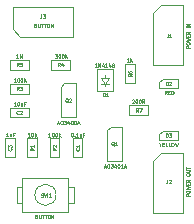
<source format=gbr>
%TF.GenerationSoftware,KiCad,Pcbnew,8.0.1*%
%TF.CreationDate,2024-05-12T11:03:26+05:30*%
%TF.ProjectId,PBSEQ-D1,50425345-512d-4443-912e-6b696361645f,0.1*%
%TF.SameCoordinates,PX7bfa480PY68e7780*%
%TF.FileFunction,AssemblyDrawing,Top*%
%FSLAX46Y46*%
G04 Gerber Fmt 4.6, Leading zero omitted, Abs format (unit mm)*
G04 Created by KiCad (PCBNEW 8.0.1) date 2024-05-12 11:03:26*
%MOMM*%
%LPD*%
G01*
G04 APERTURE LIST*
%ADD10C,0.060000*%
%ADD11C,0.100000*%
G04 APERTURE END LIST*
D10*
X3751428Y431478D02*
X3794285Y417192D01*
X3794285Y417192D02*
X3808571Y402906D01*
X3808571Y402906D02*
X3822857Y374335D01*
X3822857Y374335D02*
X3822857Y331478D01*
X3822857Y331478D02*
X3808571Y302906D01*
X3808571Y302906D02*
X3794285Y288620D01*
X3794285Y288620D02*
X3765714Y274335D01*
X3765714Y274335D02*
X3651428Y274335D01*
X3651428Y274335D02*
X3651428Y574335D01*
X3651428Y574335D02*
X3751428Y574335D01*
X3751428Y574335D02*
X3780000Y560049D01*
X3780000Y560049D02*
X3794285Y545763D01*
X3794285Y545763D02*
X3808571Y517192D01*
X3808571Y517192D02*
X3808571Y488620D01*
X3808571Y488620D02*
X3794285Y460049D01*
X3794285Y460049D02*
X3780000Y445763D01*
X3780000Y445763D02*
X3751428Y431478D01*
X3751428Y431478D02*
X3651428Y431478D01*
X3951428Y574335D02*
X3951428Y331478D01*
X3951428Y331478D02*
X3965714Y302906D01*
X3965714Y302906D02*
X3980000Y288620D01*
X3980000Y288620D02*
X4008571Y274335D01*
X4008571Y274335D02*
X4065714Y274335D01*
X4065714Y274335D02*
X4094285Y288620D01*
X4094285Y288620D02*
X4108571Y302906D01*
X4108571Y302906D02*
X4122857Y331478D01*
X4122857Y331478D02*
X4122857Y574335D01*
X4222857Y574335D02*
X4394286Y574335D01*
X4308571Y274335D02*
X4308571Y574335D01*
X4451428Y574335D02*
X4622857Y574335D01*
X4537142Y274335D02*
X4537142Y574335D01*
X4779999Y574335D02*
X4837142Y574335D01*
X4837142Y574335D02*
X4865713Y560049D01*
X4865713Y560049D02*
X4894285Y531478D01*
X4894285Y531478D02*
X4908570Y474335D01*
X4908570Y474335D02*
X4908570Y374335D01*
X4908570Y374335D02*
X4894285Y317192D01*
X4894285Y317192D02*
X4865713Y288620D01*
X4865713Y288620D02*
X4837142Y274335D01*
X4837142Y274335D02*
X4779999Y274335D01*
X4779999Y274335D02*
X4751428Y288620D01*
X4751428Y288620D02*
X4722856Y317192D01*
X4722856Y317192D02*
X4708570Y374335D01*
X4708570Y374335D02*
X4708570Y474335D01*
X4708570Y474335D02*
X4722856Y531478D01*
X4722856Y531478D02*
X4751428Y560049D01*
X4751428Y560049D02*
X4779999Y574335D01*
X5037142Y274335D02*
X5037142Y574335D01*
X5037142Y574335D02*
X5208571Y274335D01*
X5208571Y274335D02*
X5208571Y574335D01*
X4166615Y2094120D02*
X4209473Y2079835D01*
X4209473Y2079835D02*
X4280901Y2079835D01*
X4280901Y2079835D02*
X4309473Y2094120D01*
X4309473Y2094120D02*
X4323758Y2108406D01*
X4323758Y2108406D02*
X4338044Y2136978D01*
X4338044Y2136978D02*
X4338044Y2165549D01*
X4338044Y2165549D02*
X4323758Y2194120D01*
X4323758Y2194120D02*
X4309473Y2208406D01*
X4309473Y2208406D02*
X4280901Y2222692D01*
X4280901Y2222692D02*
X4223758Y2236978D01*
X4223758Y2236978D02*
X4195187Y2251263D01*
X4195187Y2251263D02*
X4180901Y2265549D01*
X4180901Y2265549D02*
X4166615Y2294120D01*
X4166615Y2294120D02*
X4166615Y2322692D01*
X4166615Y2322692D02*
X4180901Y2351263D01*
X4180901Y2351263D02*
X4195187Y2365549D01*
X4195187Y2365549D02*
X4223758Y2379835D01*
X4223758Y2379835D02*
X4295187Y2379835D01*
X4295187Y2379835D02*
X4338044Y2365549D01*
X4438044Y2379835D02*
X4509472Y2079835D01*
X4509472Y2079835D02*
X4566615Y2294120D01*
X4566615Y2294120D02*
X4623758Y2079835D01*
X4623758Y2079835D02*
X4695187Y2379835D01*
X4966615Y2079835D02*
X4795186Y2079835D01*
X4880901Y2079835D02*
X4880901Y2379835D01*
X4880901Y2379835D02*
X4852329Y2336978D01*
X4852329Y2336978D02*
X4823758Y2308406D01*
X4823758Y2308406D02*
X4795186Y2294120D01*
X11863571Y10310763D02*
X11877857Y10325049D01*
X11877857Y10325049D02*
X11906429Y10339335D01*
X11906429Y10339335D02*
X11977857Y10339335D01*
X11977857Y10339335D02*
X12006429Y10325049D01*
X12006429Y10325049D02*
X12020714Y10310763D01*
X12020714Y10310763D02*
X12035000Y10282192D01*
X12035000Y10282192D02*
X12035000Y10253620D01*
X12035000Y10253620D02*
X12020714Y10210763D01*
X12020714Y10210763D02*
X11849286Y10039335D01*
X11849286Y10039335D02*
X12035000Y10039335D01*
X12220714Y10339335D02*
X12249285Y10339335D01*
X12249285Y10339335D02*
X12277857Y10325049D01*
X12277857Y10325049D02*
X12292143Y10310763D01*
X12292143Y10310763D02*
X12306428Y10282192D01*
X12306428Y10282192D02*
X12320714Y10225049D01*
X12320714Y10225049D02*
X12320714Y10153620D01*
X12320714Y10153620D02*
X12306428Y10096478D01*
X12306428Y10096478D02*
X12292143Y10067906D01*
X12292143Y10067906D02*
X12277857Y10053620D01*
X12277857Y10053620D02*
X12249285Y10039335D01*
X12249285Y10039335D02*
X12220714Y10039335D01*
X12220714Y10039335D02*
X12192143Y10053620D01*
X12192143Y10053620D02*
X12177857Y10067906D01*
X12177857Y10067906D02*
X12163571Y10096478D01*
X12163571Y10096478D02*
X12149285Y10153620D01*
X12149285Y10153620D02*
X12149285Y10225049D01*
X12149285Y10225049D02*
X12163571Y10282192D01*
X12163571Y10282192D02*
X12177857Y10310763D01*
X12177857Y10310763D02*
X12192143Y10325049D01*
X12192143Y10325049D02*
X12220714Y10339335D01*
X12506428Y10339335D02*
X12534999Y10339335D01*
X12534999Y10339335D02*
X12563571Y10325049D01*
X12563571Y10325049D02*
X12577857Y10310763D01*
X12577857Y10310763D02*
X12592142Y10282192D01*
X12592142Y10282192D02*
X12606428Y10225049D01*
X12606428Y10225049D02*
X12606428Y10153620D01*
X12606428Y10153620D02*
X12592142Y10096478D01*
X12592142Y10096478D02*
X12577857Y10067906D01*
X12577857Y10067906D02*
X12563571Y10053620D01*
X12563571Y10053620D02*
X12534999Y10039335D01*
X12534999Y10039335D02*
X12506428Y10039335D01*
X12506428Y10039335D02*
X12477857Y10053620D01*
X12477857Y10053620D02*
X12463571Y10067906D01*
X12463571Y10067906D02*
X12449285Y10096478D01*
X12449285Y10096478D02*
X12434999Y10153620D01*
X12434999Y10153620D02*
X12434999Y10225049D01*
X12434999Y10225049D02*
X12449285Y10282192D01*
X12449285Y10282192D02*
X12463571Y10310763D01*
X12463571Y10310763D02*
X12477857Y10325049D01*
X12477857Y10325049D02*
X12506428Y10339335D01*
X12906428Y10039335D02*
X12806428Y10182192D01*
X12734999Y10039335D02*
X12734999Y10339335D01*
X12734999Y10339335D02*
X12849285Y10339335D01*
X12849285Y10339335D02*
X12877856Y10325049D01*
X12877856Y10325049D02*
X12892142Y10310763D01*
X12892142Y10310763D02*
X12906428Y10282192D01*
X12906428Y10282192D02*
X12906428Y10239335D01*
X12906428Y10239335D02*
X12892142Y10210763D01*
X12892142Y10210763D02*
X12877856Y10196478D01*
X12877856Y10196478D02*
X12849285Y10182192D01*
X12849285Y10182192D02*
X12734999Y10182192D01*
X12385000Y9309335D02*
X12285000Y9452192D01*
X12213571Y9309335D02*
X12213571Y9609335D01*
X12213571Y9609335D02*
X12327857Y9609335D01*
X12327857Y9609335D02*
X12356428Y9595049D01*
X12356428Y9595049D02*
X12370714Y9580763D01*
X12370714Y9580763D02*
X12385000Y9552192D01*
X12385000Y9552192D02*
X12385000Y9509335D01*
X12385000Y9509335D02*
X12370714Y9480763D01*
X12370714Y9480763D02*
X12356428Y9466478D01*
X12356428Y9466478D02*
X12327857Y9452192D01*
X12327857Y9452192D02*
X12213571Y9452192D01*
X12485000Y9609335D02*
X12685000Y9609335D01*
X12685000Y9609335D02*
X12556428Y9309335D01*
X11570714Y13529335D02*
X11399285Y13529335D01*
X11485000Y13529335D02*
X11485000Y13829335D01*
X11485000Y13829335D02*
X11456428Y13786478D01*
X11456428Y13786478D02*
X11427857Y13757906D01*
X11427857Y13757906D02*
X11399285Y13743620D01*
X11699285Y13529335D02*
X11699285Y13829335D01*
X11870714Y13529335D02*
X11742142Y13700763D01*
X11870714Y13829335D02*
X11699285Y13657906D01*
X11820665Y12465001D02*
X11677808Y12365001D01*
X11820665Y12293572D02*
X11520665Y12293572D01*
X11520665Y12293572D02*
X11520665Y12407858D01*
X11520665Y12407858D02*
X11534951Y12436429D01*
X11534951Y12436429D02*
X11549237Y12450715D01*
X11549237Y12450715D02*
X11577808Y12465001D01*
X11577808Y12465001D02*
X11620665Y12465001D01*
X11620665Y12465001D02*
X11649237Y12450715D01*
X11649237Y12450715D02*
X11663522Y12436429D01*
X11663522Y12436429D02*
X11677808Y12407858D01*
X11677808Y12407858D02*
X11677808Y12293572D01*
X11520665Y12722143D02*
X11520665Y12665001D01*
X11520665Y12665001D02*
X11534951Y12636429D01*
X11534951Y12636429D02*
X11549237Y12622143D01*
X11549237Y12622143D02*
X11592094Y12593572D01*
X11592094Y12593572D02*
X11649237Y12579286D01*
X11649237Y12579286D02*
X11763522Y12579286D01*
X11763522Y12579286D02*
X11792094Y12593572D01*
X11792094Y12593572D02*
X11806380Y12607858D01*
X11806380Y12607858D02*
X11820665Y12636429D01*
X11820665Y12636429D02*
X11820665Y12693572D01*
X11820665Y12693572D02*
X11806380Y12722143D01*
X11806380Y12722143D02*
X11792094Y12736429D01*
X11792094Y12736429D02*
X11763522Y12750715D01*
X11763522Y12750715D02*
X11692094Y12750715D01*
X11692094Y12750715D02*
X11663522Y12736429D01*
X11663522Y12736429D02*
X11649237Y12722143D01*
X11649237Y12722143D02*
X11634951Y12693572D01*
X11634951Y12693572D02*
X11634951Y12636429D01*
X11634951Y12636429D02*
X11649237Y12607858D01*
X11649237Y12607858D02*
X11663522Y12593572D01*
X11663522Y12593572D02*
X11692094Y12579286D01*
X2229286Y13869335D02*
X2057857Y13869335D01*
X2143572Y13869335D02*
X2143572Y14169335D01*
X2143572Y14169335D02*
X2115000Y14126478D01*
X2115000Y14126478D02*
X2086429Y14097906D01*
X2086429Y14097906D02*
X2057857Y14083620D01*
X2357857Y13869335D02*
X2357857Y14169335D01*
X2357857Y14169335D02*
X2457857Y13955049D01*
X2457857Y13955049D02*
X2557857Y14169335D01*
X2557857Y14169335D02*
X2557857Y13869335D01*
X2265000Y13139335D02*
X2165000Y13282192D01*
X2093571Y13139335D02*
X2093571Y13439335D01*
X2093571Y13439335D02*
X2207857Y13439335D01*
X2207857Y13439335D02*
X2236428Y13425049D01*
X2236428Y13425049D02*
X2250714Y13410763D01*
X2250714Y13410763D02*
X2265000Y13382192D01*
X2265000Y13382192D02*
X2265000Y13339335D01*
X2265000Y13339335D02*
X2250714Y13310763D01*
X2250714Y13310763D02*
X2236428Y13296478D01*
X2236428Y13296478D02*
X2207857Y13282192D01*
X2207857Y13282192D02*
X2093571Y13282192D01*
X2536428Y13439335D02*
X2393571Y13439335D01*
X2393571Y13439335D02*
X2379285Y13296478D01*
X2379285Y13296478D02*
X2393571Y13310763D01*
X2393571Y13310763D02*
X2422143Y13325049D01*
X2422143Y13325049D02*
X2493571Y13325049D01*
X2493571Y13325049D02*
X2522143Y13310763D01*
X2522143Y13310763D02*
X2536428Y13296478D01*
X2536428Y13296478D02*
X2550714Y13267906D01*
X2550714Y13267906D02*
X2550714Y13196478D01*
X2550714Y13196478D02*
X2536428Y13167906D01*
X2536428Y13167906D02*
X2522143Y13153620D01*
X2522143Y13153620D02*
X2493571Y13139335D01*
X2493571Y13139335D02*
X2422143Y13139335D01*
X2422143Y13139335D02*
X2393571Y13153620D01*
X2393571Y13153620D02*
X2379285Y13167906D01*
X5329286Y14159335D02*
X5515000Y14159335D01*
X5515000Y14159335D02*
X5415000Y14045049D01*
X5415000Y14045049D02*
X5457857Y14045049D01*
X5457857Y14045049D02*
X5486429Y14030763D01*
X5486429Y14030763D02*
X5500714Y14016478D01*
X5500714Y14016478D02*
X5515000Y13987906D01*
X5515000Y13987906D02*
X5515000Y13916478D01*
X5515000Y13916478D02*
X5500714Y13887906D01*
X5500714Y13887906D02*
X5486429Y13873620D01*
X5486429Y13873620D02*
X5457857Y13859335D01*
X5457857Y13859335D02*
X5372143Y13859335D01*
X5372143Y13859335D02*
X5343571Y13873620D01*
X5343571Y13873620D02*
X5329286Y13887906D01*
X5700714Y14159335D02*
X5729285Y14159335D01*
X5729285Y14159335D02*
X5757857Y14145049D01*
X5757857Y14145049D02*
X5772143Y14130763D01*
X5772143Y14130763D02*
X5786428Y14102192D01*
X5786428Y14102192D02*
X5800714Y14045049D01*
X5800714Y14045049D02*
X5800714Y13973620D01*
X5800714Y13973620D02*
X5786428Y13916478D01*
X5786428Y13916478D02*
X5772143Y13887906D01*
X5772143Y13887906D02*
X5757857Y13873620D01*
X5757857Y13873620D02*
X5729285Y13859335D01*
X5729285Y13859335D02*
X5700714Y13859335D01*
X5700714Y13859335D02*
X5672143Y13873620D01*
X5672143Y13873620D02*
X5657857Y13887906D01*
X5657857Y13887906D02*
X5643571Y13916478D01*
X5643571Y13916478D02*
X5629285Y13973620D01*
X5629285Y13973620D02*
X5629285Y14045049D01*
X5629285Y14045049D02*
X5643571Y14102192D01*
X5643571Y14102192D02*
X5657857Y14130763D01*
X5657857Y14130763D02*
X5672143Y14145049D01*
X5672143Y14145049D02*
X5700714Y14159335D01*
X5986428Y14159335D02*
X6014999Y14159335D01*
X6014999Y14159335D02*
X6043571Y14145049D01*
X6043571Y14145049D02*
X6057857Y14130763D01*
X6057857Y14130763D02*
X6072142Y14102192D01*
X6072142Y14102192D02*
X6086428Y14045049D01*
X6086428Y14045049D02*
X6086428Y13973620D01*
X6086428Y13973620D02*
X6072142Y13916478D01*
X6072142Y13916478D02*
X6057857Y13887906D01*
X6057857Y13887906D02*
X6043571Y13873620D01*
X6043571Y13873620D02*
X6014999Y13859335D01*
X6014999Y13859335D02*
X5986428Y13859335D01*
X5986428Y13859335D02*
X5957857Y13873620D01*
X5957857Y13873620D02*
X5943571Y13887906D01*
X5943571Y13887906D02*
X5929285Y13916478D01*
X5929285Y13916478D02*
X5914999Y13973620D01*
X5914999Y13973620D02*
X5914999Y14045049D01*
X5914999Y14045049D02*
X5929285Y14102192D01*
X5929285Y14102192D02*
X5943571Y14130763D01*
X5943571Y14130763D02*
X5957857Y14145049D01*
X5957857Y14145049D02*
X5986428Y14159335D01*
X6214999Y13859335D02*
X6214999Y14159335D01*
X6386428Y13859335D02*
X6257856Y14030763D01*
X6386428Y14159335D02*
X6214999Y13987906D01*
X5765000Y13139335D02*
X5665000Y13282192D01*
X5593571Y13139335D02*
X5593571Y13439335D01*
X5593571Y13439335D02*
X5707857Y13439335D01*
X5707857Y13439335D02*
X5736428Y13425049D01*
X5736428Y13425049D02*
X5750714Y13410763D01*
X5750714Y13410763D02*
X5765000Y13382192D01*
X5765000Y13382192D02*
X5765000Y13339335D01*
X5765000Y13339335D02*
X5750714Y13310763D01*
X5750714Y13310763D02*
X5736428Y13296478D01*
X5736428Y13296478D02*
X5707857Y13282192D01*
X5707857Y13282192D02*
X5593571Y13282192D01*
X6022143Y13339335D02*
X6022143Y13139335D01*
X5950714Y13453620D02*
X5879285Y13239335D01*
X5879285Y13239335D02*
X6065000Y13239335D01*
X2015000Y11829335D02*
X1843571Y11829335D01*
X1929286Y11829335D02*
X1929286Y12129335D01*
X1929286Y12129335D02*
X1900714Y12086478D01*
X1900714Y12086478D02*
X1872143Y12057906D01*
X1872143Y12057906D02*
X1843571Y12043620D01*
X2200714Y12129335D02*
X2229285Y12129335D01*
X2229285Y12129335D02*
X2257857Y12115049D01*
X2257857Y12115049D02*
X2272143Y12100763D01*
X2272143Y12100763D02*
X2286428Y12072192D01*
X2286428Y12072192D02*
X2300714Y12015049D01*
X2300714Y12015049D02*
X2300714Y11943620D01*
X2300714Y11943620D02*
X2286428Y11886478D01*
X2286428Y11886478D02*
X2272143Y11857906D01*
X2272143Y11857906D02*
X2257857Y11843620D01*
X2257857Y11843620D02*
X2229285Y11829335D01*
X2229285Y11829335D02*
X2200714Y11829335D01*
X2200714Y11829335D02*
X2172143Y11843620D01*
X2172143Y11843620D02*
X2157857Y11857906D01*
X2157857Y11857906D02*
X2143571Y11886478D01*
X2143571Y11886478D02*
X2129285Y11943620D01*
X2129285Y11943620D02*
X2129285Y12015049D01*
X2129285Y12015049D02*
X2143571Y12072192D01*
X2143571Y12072192D02*
X2157857Y12100763D01*
X2157857Y12100763D02*
X2172143Y12115049D01*
X2172143Y12115049D02*
X2200714Y12129335D01*
X2486428Y12129335D02*
X2514999Y12129335D01*
X2514999Y12129335D02*
X2543571Y12115049D01*
X2543571Y12115049D02*
X2557857Y12100763D01*
X2557857Y12100763D02*
X2572142Y12072192D01*
X2572142Y12072192D02*
X2586428Y12015049D01*
X2586428Y12015049D02*
X2586428Y11943620D01*
X2586428Y11943620D02*
X2572142Y11886478D01*
X2572142Y11886478D02*
X2557857Y11857906D01*
X2557857Y11857906D02*
X2543571Y11843620D01*
X2543571Y11843620D02*
X2514999Y11829335D01*
X2514999Y11829335D02*
X2486428Y11829335D01*
X2486428Y11829335D02*
X2457857Y11843620D01*
X2457857Y11843620D02*
X2443571Y11857906D01*
X2443571Y11857906D02*
X2429285Y11886478D01*
X2429285Y11886478D02*
X2414999Y11943620D01*
X2414999Y11943620D02*
X2414999Y12015049D01*
X2414999Y12015049D02*
X2429285Y12072192D01*
X2429285Y12072192D02*
X2443571Y12100763D01*
X2443571Y12100763D02*
X2457857Y12115049D01*
X2457857Y12115049D02*
X2486428Y12129335D01*
X2714999Y11829335D02*
X2714999Y12129335D01*
X2886428Y11829335D02*
X2757856Y12000763D01*
X2886428Y12129335D02*
X2714999Y11957906D01*
X2265000Y11109335D02*
X2165000Y11252192D01*
X2093571Y11109335D02*
X2093571Y11409335D01*
X2093571Y11409335D02*
X2207857Y11409335D01*
X2207857Y11409335D02*
X2236428Y11395049D01*
X2236428Y11395049D02*
X2250714Y11380763D01*
X2250714Y11380763D02*
X2265000Y11352192D01*
X2265000Y11352192D02*
X2265000Y11309335D01*
X2265000Y11309335D02*
X2250714Y11280763D01*
X2250714Y11280763D02*
X2236428Y11266478D01*
X2236428Y11266478D02*
X2207857Y11252192D01*
X2207857Y11252192D02*
X2093571Y11252192D01*
X2365000Y11409335D02*
X2550714Y11409335D01*
X2550714Y11409335D02*
X2450714Y11295049D01*
X2450714Y11295049D02*
X2493571Y11295049D01*
X2493571Y11295049D02*
X2522143Y11280763D01*
X2522143Y11280763D02*
X2536428Y11266478D01*
X2536428Y11266478D02*
X2550714Y11237906D01*
X2550714Y11237906D02*
X2550714Y11166478D01*
X2550714Y11166478D02*
X2536428Y11137906D01*
X2536428Y11137906D02*
X2522143Y11123620D01*
X2522143Y11123620D02*
X2493571Y11109335D01*
X2493571Y11109335D02*
X2407857Y11109335D01*
X2407857Y11109335D02*
X2379285Y11123620D01*
X2379285Y11123620D02*
X2365000Y11137906D01*
X4955000Y7189335D02*
X4783571Y7189335D01*
X4869286Y7189335D02*
X4869286Y7489335D01*
X4869286Y7489335D02*
X4840714Y7446478D01*
X4840714Y7446478D02*
X4812143Y7417906D01*
X4812143Y7417906D02*
X4783571Y7403620D01*
X5140714Y7489335D02*
X5169285Y7489335D01*
X5169285Y7489335D02*
X5197857Y7475049D01*
X5197857Y7475049D02*
X5212143Y7460763D01*
X5212143Y7460763D02*
X5226428Y7432192D01*
X5226428Y7432192D02*
X5240714Y7375049D01*
X5240714Y7375049D02*
X5240714Y7303620D01*
X5240714Y7303620D02*
X5226428Y7246478D01*
X5226428Y7246478D02*
X5212143Y7217906D01*
X5212143Y7217906D02*
X5197857Y7203620D01*
X5197857Y7203620D02*
X5169285Y7189335D01*
X5169285Y7189335D02*
X5140714Y7189335D01*
X5140714Y7189335D02*
X5112143Y7203620D01*
X5112143Y7203620D02*
X5097857Y7217906D01*
X5097857Y7217906D02*
X5083571Y7246478D01*
X5083571Y7246478D02*
X5069285Y7303620D01*
X5069285Y7303620D02*
X5069285Y7375049D01*
X5069285Y7375049D02*
X5083571Y7432192D01*
X5083571Y7432192D02*
X5097857Y7460763D01*
X5097857Y7460763D02*
X5112143Y7475049D01*
X5112143Y7475049D02*
X5140714Y7489335D01*
X5426428Y7489335D02*
X5454999Y7489335D01*
X5454999Y7489335D02*
X5483571Y7475049D01*
X5483571Y7475049D02*
X5497857Y7460763D01*
X5497857Y7460763D02*
X5512142Y7432192D01*
X5512142Y7432192D02*
X5526428Y7375049D01*
X5526428Y7375049D02*
X5526428Y7303620D01*
X5526428Y7303620D02*
X5512142Y7246478D01*
X5512142Y7246478D02*
X5497857Y7217906D01*
X5497857Y7217906D02*
X5483571Y7203620D01*
X5483571Y7203620D02*
X5454999Y7189335D01*
X5454999Y7189335D02*
X5426428Y7189335D01*
X5426428Y7189335D02*
X5397857Y7203620D01*
X5397857Y7203620D02*
X5383571Y7217906D01*
X5383571Y7217906D02*
X5369285Y7246478D01*
X5369285Y7246478D02*
X5354999Y7303620D01*
X5354999Y7303620D02*
X5354999Y7375049D01*
X5354999Y7375049D02*
X5369285Y7432192D01*
X5369285Y7432192D02*
X5383571Y7460763D01*
X5383571Y7460763D02*
X5397857Y7475049D01*
X5397857Y7475049D02*
X5426428Y7489335D01*
X5654999Y7189335D02*
X5654999Y7489335D01*
X5826428Y7189335D02*
X5697856Y7360763D01*
X5826428Y7489335D02*
X5654999Y7317906D01*
X5430665Y6195001D02*
X5287808Y6095001D01*
X5430665Y6023572D02*
X5130665Y6023572D01*
X5130665Y6023572D02*
X5130665Y6137858D01*
X5130665Y6137858D02*
X5144951Y6166429D01*
X5144951Y6166429D02*
X5159237Y6180715D01*
X5159237Y6180715D02*
X5187808Y6195001D01*
X5187808Y6195001D02*
X5230665Y6195001D01*
X5230665Y6195001D02*
X5259237Y6180715D01*
X5259237Y6180715D02*
X5273522Y6166429D01*
X5273522Y6166429D02*
X5287808Y6137858D01*
X5287808Y6137858D02*
X5287808Y6023572D01*
X5159237Y6309286D02*
X5144951Y6323572D01*
X5144951Y6323572D02*
X5130665Y6352143D01*
X5130665Y6352143D02*
X5130665Y6423572D01*
X5130665Y6423572D02*
X5144951Y6452143D01*
X5144951Y6452143D02*
X5159237Y6466429D01*
X5159237Y6466429D02*
X5187808Y6480715D01*
X5187808Y6480715D02*
X5216380Y6480715D01*
X5216380Y6480715D02*
X5259237Y6466429D01*
X5259237Y6466429D02*
X5430665Y6295001D01*
X5430665Y6295001D02*
X5430665Y6480715D01*
X3197857Y7199335D02*
X3026428Y7199335D01*
X3112143Y7199335D02*
X3112143Y7499335D01*
X3112143Y7499335D02*
X3083571Y7456478D01*
X3083571Y7456478D02*
X3055000Y7427906D01*
X3055000Y7427906D02*
X3026428Y7413620D01*
X3383571Y7499335D02*
X3412142Y7499335D01*
X3412142Y7499335D02*
X3440714Y7485049D01*
X3440714Y7485049D02*
X3455000Y7470763D01*
X3455000Y7470763D02*
X3469285Y7442192D01*
X3469285Y7442192D02*
X3483571Y7385049D01*
X3483571Y7385049D02*
X3483571Y7313620D01*
X3483571Y7313620D02*
X3469285Y7256478D01*
X3469285Y7256478D02*
X3455000Y7227906D01*
X3455000Y7227906D02*
X3440714Y7213620D01*
X3440714Y7213620D02*
X3412142Y7199335D01*
X3412142Y7199335D02*
X3383571Y7199335D01*
X3383571Y7199335D02*
X3355000Y7213620D01*
X3355000Y7213620D02*
X3340714Y7227906D01*
X3340714Y7227906D02*
X3326428Y7256478D01*
X3326428Y7256478D02*
X3312142Y7313620D01*
X3312142Y7313620D02*
X3312142Y7385049D01*
X3312142Y7385049D02*
X3326428Y7442192D01*
X3326428Y7442192D02*
X3340714Y7470763D01*
X3340714Y7470763D02*
X3355000Y7485049D01*
X3355000Y7485049D02*
X3383571Y7499335D01*
X3612142Y7199335D02*
X3612142Y7499335D01*
X3783571Y7199335D02*
X3654999Y7370763D01*
X3783571Y7499335D02*
X3612142Y7327906D01*
X3550665Y6195001D02*
X3407808Y6095001D01*
X3550665Y6023572D02*
X3250665Y6023572D01*
X3250665Y6023572D02*
X3250665Y6137858D01*
X3250665Y6137858D02*
X3264951Y6166429D01*
X3264951Y6166429D02*
X3279237Y6180715D01*
X3279237Y6180715D02*
X3307808Y6195001D01*
X3307808Y6195001D02*
X3350665Y6195001D01*
X3350665Y6195001D02*
X3379237Y6180715D01*
X3379237Y6180715D02*
X3393522Y6166429D01*
X3393522Y6166429D02*
X3407808Y6137858D01*
X3407808Y6137858D02*
X3407808Y6023572D01*
X3550665Y6480715D02*
X3550665Y6309286D01*
X3550665Y6395001D02*
X3250665Y6395001D01*
X3250665Y6395001D02*
X3293522Y6366429D01*
X3293522Y6366429D02*
X3322094Y6337858D01*
X3322094Y6337858D02*
X3336380Y6309286D01*
X5536428Y8313049D02*
X5679286Y8313049D01*
X5507857Y8227335D02*
X5607857Y8527335D01*
X5607857Y8527335D02*
X5707857Y8227335D01*
X5865000Y8527335D02*
X5922143Y8527335D01*
X5922143Y8527335D02*
X5950714Y8513049D01*
X5950714Y8513049D02*
X5979286Y8484478D01*
X5979286Y8484478D02*
X5993571Y8427335D01*
X5993571Y8427335D02*
X5993571Y8327335D01*
X5993571Y8327335D02*
X5979286Y8270192D01*
X5979286Y8270192D02*
X5950714Y8241620D01*
X5950714Y8241620D02*
X5922143Y8227335D01*
X5922143Y8227335D02*
X5865000Y8227335D01*
X5865000Y8227335D02*
X5836429Y8241620D01*
X5836429Y8241620D02*
X5807857Y8270192D01*
X5807857Y8270192D02*
X5793571Y8327335D01*
X5793571Y8327335D02*
X5793571Y8427335D01*
X5793571Y8427335D02*
X5807857Y8484478D01*
X5807857Y8484478D02*
X5836429Y8513049D01*
X5836429Y8513049D02*
X5865000Y8527335D01*
X6093572Y8527335D02*
X6279286Y8527335D01*
X6279286Y8527335D02*
X6179286Y8413049D01*
X6179286Y8413049D02*
X6222143Y8413049D01*
X6222143Y8413049D02*
X6250715Y8398763D01*
X6250715Y8398763D02*
X6265000Y8384478D01*
X6265000Y8384478D02*
X6279286Y8355906D01*
X6279286Y8355906D02*
X6279286Y8284478D01*
X6279286Y8284478D02*
X6265000Y8255906D01*
X6265000Y8255906D02*
X6250715Y8241620D01*
X6250715Y8241620D02*
X6222143Y8227335D01*
X6222143Y8227335D02*
X6136429Y8227335D01*
X6136429Y8227335D02*
X6107857Y8241620D01*
X6107857Y8241620D02*
X6093572Y8255906D01*
X6536429Y8427335D02*
X6536429Y8227335D01*
X6465000Y8541620D02*
X6393571Y8327335D01*
X6393571Y8327335D02*
X6579286Y8327335D01*
X6750714Y8527335D02*
X6779285Y8527335D01*
X6779285Y8527335D02*
X6807857Y8513049D01*
X6807857Y8513049D02*
X6822143Y8498763D01*
X6822143Y8498763D02*
X6836428Y8470192D01*
X6836428Y8470192D02*
X6850714Y8413049D01*
X6850714Y8413049D02*
X6850714Y8341620D01*
X6850714Y8341620D02*
X6836428Y8284478D01*
X6836428Y8284478D02*
X6822143Y8255906D01*
X6822143Y8255906D02*
X6807857Y8241620D01*
X6807857Y8241620D02*
X6779285Y8227335D01*
X6779285Y8227335D02*
X6750714Y8227335D01*
X6750714Y8227335D02*
X6722143Y8241620D01*
X6722143Y8241620D02*
X6707857Y8255906D01*
X6707857Y8255906D02*
X6693571Y8284478D01*
X6693571Y8284478D02*
X6679285Y8341620D01*
X6679285Y8341620D02*
X6679285Y8413049D01*
X6679285Y8413049D02*
X6693571Y8470192D01*
X6693571Y8470192D02*
X6707857Y8498763D01*
X6707857Y8498763D02*
X6722143Y8513049D01*
X6722143Y8513049D02*
X6750714Y8527335D01*
X7036428Y8527335D02*
X7064999Y8527335D01*
X7064999Y8527335D02*
X7093571Y8513049D01*
X7093571Y8513049D02*
X7107857Y8498763D01*
X7107857Y8498763D02*
X7122142Y8470192D01*
X7122142Y8470192D02*
X7136428Y8413049D01*
X7136428Y8413049D02*
X7136428Y8341620D01*
X7136428Y8341620D02*
X7122142Y8284478D01*
X7122142Y8284478D02*
X7107857Y8255906D01*
X7107857Y8255906D02*
X7093571Y8241620D01*
X7093571Y8241620D02*
X7064999Y8227335D01*
X7064999Y8227335D02*
X7036428Y8227335D01*
X7036428Y8227335D02*
X7007857Y8241620D01*
X7007857Y8241620D02*
X6993571Y8255906D01*
X6993571Y8255906D02*
X6979285Y8284478D01*
X6979285Y8284478D02*
X6964999Y8341620D01*
X6964999Y8341620D02*
X6964999Y8413049D01*
X6964999Y8413049D02*
X6979285Y8470192D01*
X6979285Y8470192D02*
X6993571Y8498763D01*
X6993571Y8498763D02*
X7007857Y8513049D01*
X7007857Y8513049D02*
X7036428Y8527335D01*
X7250713Y8313049D02*
X7393571Y8313049D01*
X7222142Y8227335D02*
X7322142Y8527335D01*
X7322142Y8527335D02*
X7422142Y8227335D01*
X6436428Y10098763D02*
X6407857Y10113049D01*
X6407857Y10113049D02*
X6379285Y10141620D01*
X6379285Y10141620D02*
X6336428Y10184478D01*
X6336428Y10184478D02*
X6307857Y10198763D01*
X6307857Y10198763D02*
X6279285Y10198763D01*
X6293571Y10127335D02*
X6265000Y10141620D01*
X6265000Y10141620D02*
X6236428Y10170192D01*
X6236428Y10170192D02*
X6222142Y10227335D01*
X6222142Y10227335D02*
X6222142Y10327335D01*
X6222142Y10327335D02*
X6236428Y10384478D01*
X6236428Y10384478D02*
X6265000Y10413049D01*
X6265000Y10413049D02*
X6293571Y10427335D01*
X6293571Y10427335D02*
X6350714Y10427335D01*
X6350714Y10427335D02*
X6379285Y10413049D01*
X6379285Y10413049D02*
X6407857Y10384478D01*
X6407857Y10384478D02*
X6422142Y10327335D01*
X6422142Y10327335D02*
X6422142Y10227335D01*
X6422142Y10227335D02*
X6407857Y10170192D01*
X6407857Y10170192D02*
X6379285Y10141620D01*
X6379285Y10141620D02*
X6350714Y10127335D01*
X6350714Y10127335D02*
X6293571Y10127335D01*
X6536428Y10398763D02*
X6550714Y10413049D01*
X6550714Y10413049D02*
X6579286Y10427335D01*
X6579286Y10427335D02*
X6650714Y10427335D01*
X6650714Y10427335D02*
X6679286Y10413049D01*
X6679286Y10413049D02*
X6693571Y10398763D01*
X6693571Y10398763D02*
X6707857Y10370192D01*
X6707857Y10370192D02*
X6707857Y10341620D01*
X6707857Y10341620D02*
X6693571Y10298763D01*
X6693571Y10298763D02*
X6522143Y10127335D01*
X6522143Y10127335D02*
X6707857Y10127335D01*
X9486428Y4644049D02*
X9629286Y4644049D01*
X9457857Y4558335D02*
X9557857Y4858335D01*
X9557857Y4858335D02*
X9657857Y4558335D01*
X9815000Y4858335D02*
X9872143Y4858335D01*
X9872143Y4858335D02*
X9900714Y4844049D01*
X9900714Y4844049D02*
X9929286Y4815478D01*
X9929286Y4815478D02*
X9943571Y4758335D01*
X9943571Y4758335D02*
X9943571Y4658335D01*
X9943571Y4658335D02*
X9929286Y4601192D01*
X9929286Y4601192D02*
X9900714Y4572620D01*
X9900714Y4572620D02*
X9872143Y4558335D01*
X9872143Y4558335D02*
X9815000Y4558335D01*
X9815000Y4558335D02*
X9786429Y4572620D01*
X9786429Y4572620D02*
X9757857Y4601192D01*
X9757857Y4601192D02*
X9743571Y4658335D01*
X9743571Y4658335D02*
X9743571Y4758335D01*
X9743571Y4758335D02*
X9757857Y4815478D01*
X9757857Y4815478D02*
X9786429Y4844049D01*
X9786429Y4844049D02*
X9815000Y4858335D01*
X10043572Y4858335D02*
X10229286Y4858335D01*
X10229286Y4858335D02*
X10129286Y4744049D01*
X10129286Y4744049D02*
X10172143Y4744049D01*
X10172143Y4744049D02*
X10200715Y4729763D01*
X10200715Y4729763D02*
X10215000Y4715478D01*
X10215000Y4715478D02*
X10229286Y4686906D01*
X10229286Y4686906D02*
X10229286Y4615478D01*
X10229286Y4615478D02*
X10215000Y4586906D01*
X10215000Y4586906D02*
X10200715Y4572620D01*
X10200715Y4572620D02*
X10172143Y4558335D01*
X10172143Y4558335D02*
X10086429Y4558335D01*
X10086429Y4558335D02*
X10057857Y4572620D01*
X10057857Y4572620D02*
X10043572Y4586906D01*
X10486429Y4758335D02*
X10486429Y4558335D01*
X10415000Y4872620D02*
X10343571Y4658335D01*
X10343571Y4658335D02*
X10529286Y4658335D01*
X10700714Y4858335D02*
X10729285Y4858335D01*
X10729285Y4858335D02*
X10757857Y4844049D01*
X10757857Y4844049D02*
X10772143Y4829763D01*
X10772143Y4829763D02*
X10786428Y4801192D01*
X10786428Y4801192D02*
X10800714Y4744049D01*
X10800714Y4744049D02*
X10800714Y4672620D01*
X10800714Y4672620D02*
X10786428Y4615478D01*
X10786428Y4615478D02*
X10772143Y4586906D01*
X10772143Y4586906D02*
X10757857Y4572620D01*
X10757857Y4572620D02*
X10729285Y4558335D01*
X10729285Y4558335D02*
X10700714Y4558335D01*
X10700714Y4558335D02*
X10672143Y4572620D01*
X10672143Y4572620D02*
X10657857Y4586906D01*
X10657857Y4586906D02*
X10643571Y4615478D01*
X10643571Y4615478D02*
X10629285Y4672620D01*
X10629285Y4672620D02*
X10629285Y4744049D01*
X10629285Y4744049D02*
X10643571Y4801192D01*
X10643571Y4801192D02*
X10657857Y4829763D01*
X10657857Y4829763D02*
X10672143Y4844049D01*
X10672143Y4844049D02*
X10700714Y4858335D01*
X11086428Y4558335D02*
X10914999Y4558335D01*
X11000714Y4558335D02*
X11000714Y4858335D01*
X11000714Y4858335D02*
X10972142Y4815478D01*
X10972142Y4815478D02*
X10943571Y4786906D01*
X10943571Y4786906D02*
X10914999Y4772620D01*
X11200713Y4644049D02*
X11343571Y4644049D01*
X11172142Y4558335D02*
X11272142Y4858335D01*
X11272142Y4858335D02*
X11372142Y4558335D01*
X10336428Y6429763D02*
X10307857Y6444049D01*
X10307857Y6444049D02*
X10279285Y6472620D01*
X10279285Y6472620D02*
X10236428Y6515478D01*
X10236428Y6515478D02*
X10207857Y6529763D01*
X10207857Y6529763D02*
X10179285Y6529763D01*
X10193571Y6458335D02*
X10165000Y6472620D01*
X10165000Y6472620D02*
X10136428Y6501192D01*
X10136428Y6501192D02*
X10122142Y6558335D01*
X10122142Y6558335D02*
X10122142Y6658335D01*
X10122142Y6658335D02*
X10136428Y6715478D01*
X10136428Y6715478D02*
X10165000Y6744049D01*
X10165000Y6744049D02*
X10193571Y6758335D01*
X10193571Y6758335D02*
X10250714Y6758335D01*
X10250714Y6758335D02*
X10279285Y6744049D01*
X10279285Y6744049D02*
X10307857Y6715478D01*
X10307857Y6715478D02*
X10322142Y6658335D01*
X10322142Y6658335D02*
X10322142Y6558335D01*
X10322142Y6558335D02*
X10307857Y6501192D01*
X10307857Y6501192D02*
X10279285Y6472620D01*
X10279285Y6472620D02*
X10250714Y6458335D01*
X10250714Y6458335D02*
X10193571Y6458335D01*
X10607857Y6458335D02*
X10436428Y6458335D01*
X10522143Y6458335D02*
X10522143Y6758335D01*
X10522143Y6758335D02*
X10493571Y6715478D01*
X10493571Y6715478D02*
X10465000Y6686906D01*
X10465000Y6686906D02*
X10436428Y6672620D01*
X3696428Y16613978D02*
X3739285Y16599692D01*
X3739285Y16599692D02*
X3753571Y16585406D01*
X3753571Y16585406D02*
X3767857Y16556835D01*
X3767857Y16556835D02*
X3767857Y16513978D01*
X3767857Y16513978D02*
X3753571Y16485406D01*
X3753571Y16485406D02*
X3739285Y16471120D01*
X3739285Y16471120D02*
X3710714Y16456835D01*
X3710714Y16456835D02*
X3596428Y16456835D01*
X3596428Y16456835D02*
X3596428Y16756835D01*
X3596428Y16756835D02*
X3696428Y16756835D01*
X3696428Y16756835D02*
X3725000Y16742549D01*
X3725000Y16742549D02*
X3739285Y16728263D01*
X3739285Y16728263D02*
X3753571Y16699692D01*
X3753571Y16699692D02*
X3753571Y16671120D01*
X3753571Y16671120D02*
X3739285Y16642549D01*
X3739285Y16642549D02*
X3725000Y16628263D01*
X3725000Y16628263D02*
X3696428Y16613978D01*
X3696428Y16613978D02*
X3596428Y16613978D01*
X3896428Y16756835D02*
X3896428Y16513978D01*
X3896428Y16513978D02*
X3910714Y16485406D01*
X3910714Y16485406D02*
X3925000Y16471120D01*
X3925000Y16471120D02*
X3953571Y16456835D01*
X3953571Y16456835D02*
X4010714Y16456835D01*
X4010714Y16456835D02*
X4039285Y16471120D01*
X4039285Y16471120D02*
X4053571Y16485406D01*
X4053571Y16485406D02*
X4067857Y16513978D01*
X4067857Y16513978D02*
X4067857Y16756835D01*
X4167857Y16756835D02*
X4339286Y16756835D01*
X4253571Y16456835D02*
X4253571Y16756835D01*
X4396428Y16756835D02*
X4567857Y16756835D01*
X4482142Y16456835D02*
X4482142Y16756835D01*
X4724999Y16756835D02*
X4782142Y16756835D01*
X4782142Y16756835D02*
X4810713Y16742549D01*
X4810713Y16742549D02*
X4839285Y16713978D01*
X4839285Y16713978D02*
X4853570Y16656835D01*
X4853570Y16656835D02*
X4853570Y16556835D01*
X4853570Y16556835D02*
X4839285Y16499692D01*
X4839285Y16499692D02*
X4810713Y16471120D01*
X4810713Y16471120D02*
X4782142Y16456835D01*
X4782142Y16456835D02*
X4724999Y16456835D01*
X4724999Y16456835D02*
X4696428Y16471120D01*
X4696428Y16471120D02*
X4667856Y16499692D01*
X4667856Y16499692D02*
X4653570Y16556835D01*
X4653570Y16556835D02*
X4653570Y16656835D01*
X4653570Y16656835D02*
X4667856Y16713978D01*
X4667856Y16713978D02*
X4696428Y16742549D01*
X4696428Y16742549D02*
X4724999Y16756835D01*
X4982142Y16456835D02*
X4982142Y16756835D01*
X4982142Y16756835D02*
X5153571Y16456835D01*
X5153571Y16456835D02*
X5153571Y16756835D01*
X4192500Y17539335D02*
X4192500Y17325049D01*
X4192500Y17325049D02*
X4178215Y17282192D01*
X4178215Y17282192D02*
X4149643Y17253620D01*
X4149643Y17253620D02*
X4106786Y17239335D01*
X4106786Y17239335D02*
X4078215Y17239335D01*
X4306786Y17539335D02*
X4492500Y17539335D01*
X4492500Y17539335D02*
X4392500Y17425049D01*
X4392500Y17425049D02*
X4435357Y17425049D01*
X4435357Y17425049D02*
X4463929Y17410763D01*
X4463929Y17410763D02*
X4478214Y17396478D01*
X4478214Y17396478D02*
X4492500Y17367906D01*
X4492500Y17367906D02*
X4492500Y17296478D01*
X4492500Y17296478D02*
X4478214Y17267906D01*
X4478214Y17267906D02*
X4463929Y17253620D01*
X4463929Y17253620D02*
X4435357Y17239335D01*
X4435357Y17239335D02*
X4349643Y17239335D01*
X4349643Y17239335D02*
X4321071Y17253620D01*
X4321071Y17253620D02*
X4306786Y17267906D01*
X16730665Y2139286D02*
X16430665Y2139286D01*
X16430665Y2139286D02*
X16430665Y2253572D01*
X16430665Y2253572D02*
X16444951Y2282143D01*
X16444951Y2282143D02*
X16459237Y2296429D01*
X16459237Y2296429D02*
X16487808Y2310715D01*
X16487808Y2310715D02*
X16530665Y2310715D01*
X16530665Y2310715D02*
X16559237Y2296429D01*
X16559237Y2296429D02*
X16573522Y2282143D01*
X16573522Y2282143D02*
X16587808Y2253572D01*
X16587808Y2253572D02*
X16587808Y2139286D01*
X16430665Y2496429D02*
X16430665Y2553572D01*
X16430665Y2553572D02*
X16444951Y2582143D01*
X16444951Y2582143D02*
X16473522Y2610715D01*
X16473522Y2610715D02*
X16530665Y2625000D01*
X16530665Y2625000D02*
X16630665Y2625000D01*
X16630665Y2625000D02*
X16687808Y2610715D01*
X16687808Y2610715D02*
X16716380Y2582143D01*
X16716380Y2582143D02*
X16730665Y2553572D01*
X16730665Y2553572D02*
X16730665Y2496429D01*
X16730665Y2496429D02*
X16716380Y2467857D01*
X16716380Y2467857D02*
X16687808Y2439286D01*
X16687808Y2439286D02*
X16630665Y2425000D01*
X16630665Y2425000D02*
X16530665Y2425000D01*
X16530665Y2425000D02*
X16473522Y2439286D01*
X16473522Y2439286D02*
X16444951Y2467857D01*
X16444951Y2467857D02*
X16430665Y2496429D01*
X16430665Y2725001D02*
X16730665Y2796429D01*
X16730665Y2796429D02*
X16516380Y2853572D01*
X16516380Y2853572D02*
X16730665Y2910715D01*
X16730665Y2910715D02*
X16430665Y2982143D01*
X16573522Y3096429D02*
X16573522Y3196429D01*
X16730665Y3239286D02*
X16730665Y3096429D01*
X16730665Y3096429D02*
X16430665Y3096429D01*
X16430665Y3096429D02*
X16430665Y3239286D01*
X16730665Y3539287D02*
X16587808Y3439287D01*
X16730665Y3367858D02*
X16430665Y3367858D01*
X16430665Y3367858D02*
X16430665Y3482144D01*
X16430665Y3482144D02*
X16444951Y3510715D01*
X16444951Y3510715D02*
X16459237Y3525001D01*
X16459237Y3525001D02*
X16487808Y3539287D01*
X16487808Y3539287D02*
X16530665Y3539287D01*
X16530665Y3539287D02*
X16559237Y3525001D01*
X16559237Y3525001D02*
X16573522Y3510715D01*
X16573522Y3510715D02*
X16587808Y3482144D01*
X16587808Y3482144D02*
X16587808Y3367858D01*
X16430665Y3953572D02*
X16430665Y4010715D01*
X16430665Y4010715D02*
X16444951Y4039286D01*
X16444951Y4039286D02*
X16473522Y4067858D01*
X16473522Y4067858D02*
X16530665Y4082143D01*
X16530665Y4082143D02*
X16630665Y4082143D01*
X16630665Y4082143D02*
X16687808Y4067858D01*
X16687808Y4067858D02*
X16716380Y4039286D01*
X16716380Y4039286D02*
X16730665Y4010715D01*
X16730665Y4010715D02*
X16730665Y3953572D01*
X16730665Y3953572D02*
X16716380Y3925000D01*
X16716380Y3925000D02*
X16687808Y3896429D01*
X16687808Y3896429D02*
X16630665Y3882143D01*
X16630665Y3882143D02*
X16530665Y3882143D01*
X16530665Y3882143D02*
X16473522Y3896429D01*
X16473522Y3896429D02*
X16444951Y3925000D01*
X16444951Y3925000D02*
X16430665Y3953572D01*
X16430665Y4210715D02*
X16673522Y4210715D01*
X16673522Y4210715D02*
X16702094Y4225001D01*
X16702094Y4225001D02*
X16716380Y4239286D01*
X16716380Y4239286D02*
X16730665Y4267858D01*
X16730665Y4267858D02*
X16730665Y4325001D01*
X16730665Y4325001D02*
X16716380Y4353572D01*
X16716380Y4353572D02*
X16702094Y4367858D01*
X16702094Y4367858D02*
X16673522Y4382144D01*
X16673522Y4382144D02*
X16430665Y4382144D01*
X16430665Y4482144D02*
X16430665Y4653572D01*
X16730665Y4567858D02*
X16430665Y4567858D01*
X14845000Y3539335D02*
X14845000Y3325049D01*
X14845000Y3325049D02*
X14830715Y3282192D01*
X14830715Y3282192D02*
X14802143Y3253620D01*
X14802143Y3253620D02*
X14759286Y3239335D01*
X14759286Y3239335D02*
X14730715Y3239335D01*
X14973571Y3510763D02*
X14987857Y3525049D01*
X14987857Y3525049D02*
X15016429Y3539335D01*
X15016429Y3539335D02*
X15087857Y3539335D01*
X15087857Y3539335D02*
X15116429Y3525049D01*
X15116429Y3525049D02*
X15130714Y3510763D01*
X15130714Y3510763D02*
X15145000Y3482192D01*
X15145000Y3482192D02*
X15145000Y3453620D01*
X15145000Y3453620D02*
X15130714Y3410763D01*
X15130714Y3410763D02*
X14959286Y3239335D01*
X14959286Y3239335D02*
X15145000Y3239335D01*
X16730665Y14689286D02*
X16430665Y14689286D01*
X16430665Y14689286D02*
X16430665Y14803572D01*
X16430665Y14803572D02*
X16444951Y14832143D01*
X16444951Y14832143D02*
X16459237Y14846429D01*
X16459237Y14846429D02*
X16487808Y14860715D01*
X16487808Y14860715D02*
X16530665Y14860715D01*
X16530665Y14860715D02*
X16559237Y14846429D01*
X16559237Y14846429D02*
X16573522Y14832143D01*
X16573522Y14832143D02*
X16587808Y14803572D01*
X16587808Y14803572D02*
X16587808Y14689286D01*
X16430665Y15046429D02*
X16430665Y15103572D01*
X16430665Y15103572D02*
X16444951Y15132143D01*
X16444951Y15132143D02*
X16473522Y15160715D01*
X16473522Y15160715D02*
X16530665Y15175000D01*
X16530665Y15175000D02*
X16630665Y15175000D01*
X16630665Y15175000D02*
X16687808Y15160715D01*
X16687808Y15160715D02*
X16716380Y15132143D01*
X16716380Y15132143D02*
X16730665Y15103572D01*
X16730665Y15103572D02*
X16730665Y15046429D01*
X16730665Y15046429D02*
X16716380Y15017857D01*
X16716380Y15017857D02*
X16687808Y14989286D01*
X16687808Y14989286D02*
X16630665Y14975000D01*
X16630665Y14975000D02*
X16530665Y14975000D01*
X16530665Y14975000D02*
X16473522Y14989286D01*
X16473522Y14989286D02*
X16444951Y15017857D01*
X16444951Y15017857D02*
X16430665Y15046429D01*
X16430665Y15275001D02*
X16730665Y15346429D01*
X16730665Y15346429D02*
X16516380Y15403572D01*
X16516380Y15403572D02*
X16730665Y15460715D01*
X16730665Y15460715D02*
X16430665Y15532143D01*
X16573522Y15646429D02*
X16573522Y15746429D01*
X16730665Y15789286D02*
X16730665Y15646429D01*
X16730665Y15646429D02*
X16430665Y15646429D01*
X16430665Y15646429D02*
X16430665Y15789286D01*
X16730665Y16089287D02*
X16587808Y15989287D01*
X16730665Y15917858D02*
X16430665Y15917858D01*
X16430665Y15917858D02*
X16430665Y16032144D01*
X16430665Y16032144D02*
X16444951Y16060715D01*
X16444951Y16060715D02*
X16459237Y16075001D01*
X16459237Y16075001D02*
X16487808Y16089287D01*
X16487808Y16089287D02*
X16530665Y16089287D01*
X16530665Y16089287D02*
X16559237Y16075001D01*
X16559237Y16075001D02*
X16573522Y16060715D01*
X16573522Y16060715D02*
X16587808Y16032144D01*
X16587808Y16032144D02*
X16587808Y15917858D01*
X16730665Y16446429D02*
X16430665Y16446429D01*
X16730665Y16589286D02*
X16430665Y16589286D01*
X16430665Y16589286D02*
X16730665Y16760715D01*
X16730665Y16760715D02*
X16430665Y16760715D01*
X14895000Y15889335D02*
X14895000Y15675049D01*
X14895000Y15675049D02*
X14880715Y15632192D01*
X14880715Y15632192D02*
X14852143Y15603620D01*
X14852143Y15603620D02*
X14809286Y15589335D01*
X14809286Y15589335D02*
X14780715Y15589335D01*
X15195000Y15589335D02*
X15023571Y15589335D01*
X15109286Y15589335D02*
X15109286Y15889335D01*
X15109286Y15889335D02*
X15080714Y15846478D01*
X15080714Y15846478D02*
X15052143Y15817906D01*
X15052143Y15817906D02*
X15023571Y15803620D01*
X14237857Y6522192D02*
X14237857Y6379335D01*
X14137857Y6679335D02*
X14237857Y6522192D01*
X14237857Y6522192D02*
X14337857Y6679335D01*
X14437857Y6536478D02*
X14537857Y6536478D01*
X14580714Y6379335D02*
X14437857Y6379335D01*
X14437857Y6379335D02*
X14437857Y6679335D01*
X14437857Y6679335D02*
X14580714Y6679335D01*
X14852143Y6379335D02*
X14709286Y6379335D01*
X14709286Y6379335D02*
X14709286Y6679335D01*
X15095000Y6379335D02*
X14952143Y6379335D01*
X14952143Y6379335D02*
X14952143Y6679335D01*
X15252143Y6679335D02*
X15309286Y6679335D01*
X15309286Y6679335D02*
X15337857Y6665049D01*
X15337857Y6665049D02*
X15366429Y6636478D01*
X15366429Y6636478D02*
X15380714Y6579335D01*
X15380714Y6579335D02*
X15380714Y6479335D01*
X15380714Y6479335D02*
X15366429Y6422192D01*
X15366429Y6422192D02*
X15337857Y6393620D01*
X15337857Y6393620D02*
X15309286Y6379335D01*
X15309286Y6379335D02*
X15252143Y6379335D01*
X15252143Y6379335D02*
X15223572Y6393620D01*
X15223572Y6393620D02*
X15195000Y6422192D01*
X15195000Y6422192D02*
X15180714Y6479335D01*
X15180714Y6479335D02*
X15180714Y6579335D01*
X15180714Y6579335D02*
X15195000Y6636478D01*
X15195000Y6636478D02*
X15223572Y6665049D01*
X15223572Y6665049D02*
X15252143Y6679335D01*
X15480715Y6679335D02*
X15552143Y6379335D01*
X15552143Y6379335D02*
X15609286Y6593620D01*
X15609286Y6593620D02*
X15666429Y6379335D01*
X15666429Y6379335D02*
X15737858Y6679335D01*
X14723571Y7159335D02*
X14723571Y7459335D01*
X14723571Y7459335D02*
X14795000Y7459335D01*
X14795000Y7459335D02*
X14837857Y7445049D01*
X14837857Y7445049D02*
X14866428Y7416478D01*
X14866428Y7416478D02*
X14880714Y7387906D01*
X14880714Y7387906D02*
X14895000Y7330763D01*
X14895000Y7330763D02*
X14895000Y7287906D01*
X14895000Y7287906D02*
X14880714Y7230763D01*
X14880714Y7230763D02*
X14866428Y7202192D01*
X14866428Y7202192D02*
X14837857Y7173620D01*
X14837857Y7173620D02*
X14795000Y7159335D01*
X14795000Y7159335D02*
X14723571Y7159335D01*
X14995000Y7459335D02*
X15180714Y7459335D01*
X15180714Y7459335D02*
X15080714Y7345049D01*
X15080714Y7345049D02*
X15123571Y7345049D01*
X15123571Y7345049D02*
X15152143Y7330763D01*
X15152143Y7330763D02*
X15166428Y7316478D01*
X15166428Y7316478D02*
X15180714Y7287906D01*
X15180714Y7287906D02*
X15180714Y7216478D01*
X15180714Y7216478D02*
X15166428Y7187906D01*
X15166428Y7187906D02*
X15152143Y7173620D01*
X15152143Y7173620D02*
X15123571Y7159335D01*
X15123571Y7159335D02*
X15037857Y7159335D01*
X15037857Y7159335D02*
X15009285Y7173620D01*
X15009285Y7173620D02*
X14995000Y7187906D01*
X14802143Y10769335D02*
X14702143Y10912192D01*
X14630714Y10769335D02*
X14630714Y11069335D01*
X14630714Y11069335D02*
X14745000Y11069335D01*
X14745000Y11069335D02*
X14773571Y11055049D01*
X14773571Y11055049D02*
X14787857Y11040763D01*
X14787857Y11040763D02*
X14802143Y11012192D01*
X14802143Y11012192D02*
X14802143Y10969335D01*
X14802143Y10969335D02*
X14787857Y10940763D01*
X14787857Y10940763D02*
X14773571Y10926478D01*
X14773571Y10926478D02*
X14745000Y10912192D01*
X14745000Y10912192D02*
X14630714Y10912192D01*
X14930714Y10926478D02*
X15030714Y10926478D01*
X15073571Y10769335D02*
X14930714Y10769335D01*
X14930714Y10769335D02*
X14930714Y11069335D01*
X14930714Y11069335D02*
X15073571Y11069335D01*
X15202143Y10769335D02*
X15202143Y11069335D01*
X15202143Y11069335D02*
X15273572Y11069335D01*
X15273572Y11069335D02*
X15316429Y11055049D01*
X15316429Y11055049D02*
X15345000Y11026478D01*
X15345000Y11026478D02*
X15359286Y10997906D01*
X15359286Y10997906D02*
X15373572Y10940763D01*
X15373572Y10940763D02*
X15373572Y10897906D01*
X15373572Y10897906D02*
X15359286Y10840763D01*
X15359286Y10840763D02*
X15345000Y10812192D01*
X15345000Y10812192D02*
X15316429Y10783620D01*
X15316429Y10783620D02*
X15273572Y10769335D01*
X15273572Y10769335D02*
X15202143Y10769335D01*
X14723571Y11549335D02*
X14723571Y11849335D01*
X14723571Y11849335D02*
X14795000Y11849335D01*
X14795000Y11849335D02*
X14837857Y11835049D01*
X14837857Y11835049D02*
X14866428Y11806478D01*
X14866428Y11806478D02*
X14880714Y11777906D01*
X14880714Y11777906D02*
X14895000Y11720763D01*
X14895000Y11720763D02*
X14895000Y11677906D01*
X14895000Y11677906D02*
X14880714Y11620763D01*
X14880714Y11620763D02*
X14866428Y11592192D01*
X14866428Y11592192D02*
X14837857Y11563620D01*
X14837857Y11563620D02*
X14795000Y11549335D01*
X14795000Y11549335D02*
X14723571Y11549335D01*
X15009285Y11820763D02*
X15023571Y11835049D01*
X15023571Y11835049D02*
X15052143Y11849335D01*
X15052143Y11849335D02*
X15123571Y11849335D01*
X15123571Y11849335D02*
X15152143Y11835049D01*
X15152143Y11835049D02*
X15166428Y11820763D01*
X15166428Y11820763D02*
X15180714Y11792192D01*
X15180714Y11792192D02*
X15180714Y11763620D01*
X15180714Y11763620D02*
X15166428Y11720763D01*
X15166428Y11720763D02*
X14995000Y11549335D01*
X14995000Y11549335D02*
X15180714Y11549335D01*
X8877143Y13089335D02*
X8705714Y13089335D01*
X8791429Y13089335D02*
X8791429Y13389335D01*
X8791429Y13389335D02*
X8762857Y13346478D01*
X8762857Y13346478D02*
X8734286Y13317906D01*
X8734286Y13317906D02*
X8705714Y13303620D01*
X9005714Y13089335D02*
X9005714Y13389335D01*
X9005714Y13389335D02*
X9177143Y13089335D01*
X9177143Y13089335D02*
X9177143Y13389335D01*
X9448572Y13289335D02*
X9448572Y13089335D01*
X9377143Y13403620D02*
X9305714Y13189335D01*
X9305714Y13189335D02*
X9491429Y13189335D01*
X9762857Y13089335D02*
X9591428Y13089335D01*
X9677143Y13089335D02*
X9677143Y13389335D01*
X9677143Y13389335D02*
X9648571Y13346478D01*
X9648571Y13346478D02*
X9620000Y13317906D01*
X9620000Y13317906D02*
X9591428Y13303620D01*
X10020000Y13289335D02*
X10020000Y13089335D01*
X9948571Y13403620D02*
X9877142Y13189335D01*
X9877142Y13189335D02*
X10062857Y13189335D01*
X10219999Y13260763D02*
X10191428Y13275049D01*
X10191428Y13275049D02*
X10177142Y13289335D01*
X10177142Y13289335D02*
X10162856Y13317906D01*
X10162856Y13317906D02*
X10162856Y13332192D01*
X10162856Y13332192D02*
X10177142Y13360763D01*
X10177142Y13360763D02*
X10191428Y13375049D01*
X10191428Y13375049D02*
X10219999Y13389335D01*
X10219999Y13389335D02*
X10277142Y13389335D01*
X10277142Y13389335D02*
X10305714Y13375049D01*
X10305714Y13375049D02*
X10319999Y13360763D01*
X10319999Y13360763D02*
X10334285Y13332192D01*
X10334285Y13332192D02*
X10334285Y13317906D01*
X10334285Y13317906D02*
X10319999Y13289335D01*
X10319999Y13289335D02*
X10305714Y13275049D01*
X10305714Y13275049D02*
X10277142Y13260763D01*
X10277142Y13260763D02*
X10219999Y13260763D01*
X10219999Y13260763D02*
X10191428Y13246478D01*
X10191428Y13246478D02*
X10177142Y13232192D01*
X10177142Y13232192D02*
X10162856Y13203620D01*
X10162856Y13203620D02*
X10162856Y13146478D01*
X10162856Y13146478D02*
X10177142Y13117906D01*
X10177142Y13117906D02*
X10191428Y13103620D01*
X10191428Y13103620D02*
X10219999Y13089335D01*
X10219999Y13089335D02*
X10277142Y13089335D01*
X10277142Y13089335D02*
X10305714Y13103620D01*
X10305714Y13103620D02*
X10319999Y13117906D01*
X10319999Y13117906D02*
X10334285Y13146478D01*
X10334285Y13146478D02*
X10334285Y13203620D01*
X10334285Y13203620D02*
X10319999Y13232192D01*
X10319999Y13232192D02*
X10305714Y13246478D01*
X10305714Y13246478D02*
X10277142Y13260763D01*
X9398571Y10589335D02*
X9398571Y10889335D01*
X9398571Y10889335D02*
X9470000Y10889335D01*
X9470000Y10889335D02*
X9512857Y10875049D01*
X9512857Y10875049D02*
X9541428Y10846478D01*
X9541428Y10846478D02*
X9555714Y10817906D01*
X9555714Y10817906D02*
X9570000Y10760763D01*
X9570000Y10760763D02*
X9570000Y10717906D01*
X9570000Y10717906D02*
X9555714Y10660763D01*
X9555714Y10660763D02*
X9541428Y10632192D01*
X9541428Y10632192D02*
X9512857Y10603620D01*
X9512857Y10603620D02*
X9470000Y10589335D01*
X9470000Y10589335D02*
X9398571Y10589335D01*
X9855714Y10589335D02*
X9684285Y10589335D01*
X9770000Y10589335D02*
X9770000Y10889335D01*
X9770000Y10889335D02*
X9741428Y10846478D01*
X9741428Y10846478D02*
X9712857Y10817906D01*
X9712857Y10817906D02*
X9684285Y10803620D01*
X1376428Y7209335D02*
X1204999Y7209335D01*
X1290714Y7209335D02*
X1290714Y7509335D01*
X1290714Y7509335D02*
X1262142Y7466478D01*
X1262142Y7466478D02*
X1233571Y7437906D01*
X1233571Y7437906D02*
X1204999Y7423620D01*
X1633571Y7409335D02*
X1633571Y7209335D01*
X1504999Y7409335D02*
X1504999Y7252192D01*
X1504999Y7252192D02*
X1519285Y7223620D01*
X1519285Y7223620D02*
X1547856Y7209335D01*
X1547856Y7209335D02*
X1590713Y7209335D01*
X1590713Y7209335D02*
X1619285Y7223620D01*
X1619285Y7223620D02*
X1633571Y7237906D01*
X1876428Y7366478D02*
X1776428Y7366478D01*
X1776428Y7209335D02*
X1776428Y7509335D01*
X1776428Y7509335D02*
X1919285Y7509335D01*
X1632094Y6195001D02*
X1646380Y6180715D01*
X1646380Y6180715D02*
X1660665Y6137858D01*
X1660665Y6137858D02*
X1660665Y6109286D01*
X1660665Y6109286D02*
X1646380Y6066429D01*
X1646380Y6066429D02*
X1617808Y6037858D01*
X1617808Y6037858D02*
X1589237Y6023572D01*
X1589237Y6023572D02*
X1532094Y6009286D01*
X1532094Y6009286D02*
X1489237Y6009286D01*
X1489237Y6009286D02*
X1432094Y6023572D01*
X1432094Y6023572D02*
X1403522Y6037858D01*
X1403522Y6037858D02*
X1374951Y6066429D01*
X1374951Y6066429D02*
X1360665Y6109286D01*
X1360665Y6109286D02*
X1360665Y6137858D01*
X1360665Y6137858D02*
X1374951Y6180715D01*
X1374951Y6180715D02*
X1389237Y6195001D01*
X1360665Y6295001D02*
X1360665Y6480715D01*
X1360665Y6480715D02*
X1474951Y6380715D01*
X1474951Y6380715D02*
X1474951Y6423572D01*
X1474951Y6423572D02*
X1489237Y6452143D01*
X1489237Y6452143D02*
X1503522Y6466429D01*
X1503522Y6466429D02*
X1532094Y6480715D01*
X1532094Y6480715D02*
X1603522Y6480715D01*
X1603522Y6480715D02*
X1632094Y6466429D01*
X1632094Y6466429D02*
X1646380Y6452143D01*
X1646380Y6452143D02*
X1660665Y6423572D01*
X1660665Y6423572D02*
X1660665Y6337858D01*
X1660665Y6337858D02*
X1646380Y6309286D01*
X1646380Y6309286D02*
X1632094Y6295001D01*
X2033571Y9819335D02*
X1862142Y9819335D01*
X1947857Y9819335D02*
X1947857Y10119335D01*
X1947857Y10119335D02*
X1919285Y10076478D01*
X1919285Y10076478D02*
X1890714Y10047906D01*
X1890714Y10047906D02*
X1862142Y10033620D01*
X2219285Y10119335D02*
X2247856Y10119335D01*
X2247856Y10119335D02*
X2276428Y10105049D01*
X2276428Y10105049D02*
X2290714Y10090763D01*
X2290714Y10090763D02*
X2304999Y10062192D01*
X2304999Y10062192D02*
X2319285Y10005049D01*
X2319285Y10005049D02*
X2319285Y9933620D01*
X2319285Y9933620D02*
X2304999Y9876478D01*
X2304999Y9876478D02*
X2290714Y9847906D01*
X2290714Y9847906D02*
X2276428Y9833620D01*
X2276428Y9833620D02*
X2247856Y9819335D01*
X2247856Y9819335D02*
X2219285Y9819335D01*
X2219285Y9819335D02*
X2190714Y9833620D01*
X2190714Y9833620D02*
X2176428Y9847906D01*
X2176428Y9847906D02*
X2162142Y9876478D01*
X2162142Y9876478D02*
X2147856Y9933620D01*
X2147856Y9933620D02*
X2147856Y10005049D01*
X2147856Y10005049D02*
X2162142Y10062192D01*
X2162142Y10062192D02*
X2176428Y10090763D01*
X2176428Y10090763D02*
X2190714Y10105049D01*
X2190714Y10105049D02*
X2219285Y10119335D01*
X2576428Y10019335D02*
X2576428Y9819335D01*
X2447856Y10019335D02*
X2447856Y9862192D01*
X2447856Y9862192D02*
X2462142Y9833620D01*
X2462142Y9833620D02*
X2490713Y9819335D01*
X2490713Y9819335D02*
X2533570Y9819335D01*
X2533570Y9819335D02*
X2562142Y9833620D01*
X2562142Y9833620D02*
X2576428Y9847906D01*
X2819285Y9976478D02*
X2719285Y9976478D01*
X2719285Y9819335D02*
X2719285Y10119335D01*
X2719285Y10119335D02*
X2862142Y10119335D01*
X2255000Y9127906D02*
X2240714Y9113620D01*
X2240714Y9113620D02*
X2197857Y9099335D01*
X2197857Y9099335D02*
X2169285Y9099335D01*
X2169285Y9099335D02*
X2126428Y9113620D01*
X2126428Y9113620D02*
X2097857Y9142192D01*
X2097857Y9142192D02*
X2083571Y9170763D01*
X2083571Y9170763D02*
X2069285Y9227906D01*
X2069285Y9227906D02*
X2069285Y9270763D01*
X2069285Y9270763D02*
X2083571Y9327906D01*
X2083571Y9327906D02*
X2097857Y9356478D01*
X2097857Y9356478D02*
X2126428Y9385049D01*
X2126428Y9385049D02*
X2169285Y9399335D01*
X2169285Y9399335D02*
X2197857Y9399335D01*
X2197857Y9399335D02*
X2240714Y9385049D01*
X2240714Y9385049D02*
X2255000Y9370763D01*
X2369285Y9370763D02*
X2383571Y9385049D01*
X2383571Y9385049D02*
X2412143Y9399335D01*
X2412143Y9399335D02*
X2483571Y9399335D01*
X2483571Y9399335D02*
X2512143Y9385049D01*
X2512143Y9385049D02*
X2526428Y9370763D01*
X2526428Y9370763D02*
X2540714Y9342192D01*
X2540714Y9342192D02*
X2540714Y9313620D01*
X2540714Y9313620D02*
X2526428Y9270763D01*
X2526428Y9270763D02*
X2355000Y9099335D01*
X2355000Y9099335D02*
X2540714Y9099335D01*
X6762143Y7499335D02*
X6790714Y7499335D01*
X6790714Y7499335D02*
X6819286Y7485049D01*
X6819286Y7485049D02*
X6833572Y7470763D01*
X6833572Y7470763D02*
X6847857Y7442192D01*
X6847857Y7442192D02*
X6862143Y7385049D01*
X6862143Y7385049D02*
X6862143Y7313620D01*
X6862143Y7313620D02*
X6847857Y7256478D01*
X6847857Y7256478D02*
X6833572Y7227906D01*
X6833572Y7227906D02*
X6819286Y7213620D01*
X6819286Y7213620D02*
X6790714Y7199335D01*
X6790714Y7199335D02*
X6762143Y7199335D01*
X6762143Y7199335D02*
X6733572Y7213620D01*
X6733572Y7213620D02*
X6719286Y7227906D01*
X6719286Y7227906D02*
X6705000Y7256478D01*
X6705000Y7256478D02*
X6690714Y7313620D01*
X6690714Y7313620D02*
X6690714Y7385049D01*
X6690714Y7385049D02*
X6705000Y7442192D01*
X6705000Y7442192D02*
X6719286Y7470763D01*
X6719286Y7470763D02*
X6733572Y7485049D01*
X6733572Y7485049D02*
X6762143Y7499335D01*
X6990714Y7227906D02*
X7005000Y7213620D01*
X7005000Y7213620D02*
X6990714Y7199335D01*
X6990714Y7199335D02*
X6976428Y7213620D01*
X6976428Y7213620D02*
X6990714Y7227906D01*
X6990714Y7227906D02*
X6990714Y7199335D01*
X7290714Y7199335D02*
X7119285Y7199335D01*
X7205000Y7199335D02*
X7205000Y7499335D01*
X7205000Y7499335D02*
X7176428Y7456478D01*
X7176428Y7456478D02*
X7147857Y7427906D01*
X7147857Y7427906D02*
X7119285Y7413620D01*
X7547857Y7399335D02*
X7547857Y7199335D01*
X7419285Y7399335D02*
X7419285Y7242192D01*
X7419285Y7242192D02*
X7433571Y7213620D01*
X7433571Y7213620D02*
X7462142Y7199335D01*
X7462142Y7199335D02*
X7504999Y7199335D01*
X7504999Y7199335D02*
X7533571Y7213620D01*
X7533571Y7213620D02*
X7547857Y7227906D01*
X7790714Y7356478D02*
X7690714Y7356478D01*
X7690714Y7199335D02*
X7690714Y7499335D01*
X7690714Y7499335D02*
X7833571Y7499335D01*
X7362094Y6195001D02*
X7376380Y6180715D01*
X7376380Y6180715D02*
X7390665Y6137858D01*
X7390665Y6137858D02*
X7390665Y6109286D01*
X7390665Y6109286D02*
X7376380Y6066429D01*
X7376380Y6066429D02*
X7347808Y6037858D01*
X7347808Y6037858D02*
X7319237Y6023572D01*
X7319237Y6023572D02*
X7262094Y6009286D01*
X7262094Y6009286D02*
X7219237Y6009286D01*
X7219237Y6009286D02*
X7162094Y6023572D01*
X7162094Y6023572D02*
X7133522Y6037858D01*
X7133522Y6037858D02*
X7104951Y6066429D01*
X7104951Y6066429D02*
X7090665Y6109286D01*
X7090665Y6109286D02*
X7090665Y6137858D01*
X7090665Y6137858D02*
X7104951Y6180715D01*
X7104951Y6180715D02*
X7119237Y6195001D01*
X7390665Y6480715D02*
X7390665Y6309286D01*
X7390665Y6395001D02*
X7090665Y6395001D01*
X7090665Y6395001D02*
X7133522Y6366429D01*
X7133522Y6366429D02*
X7162094Y6337858D01*
X7162094Y6337858D02*
X7176380Y6309286D01*
D11*
%TO.C,SW1*%
X6980000Y1610000D02*
X6980000Y2910000D01*
X6980000Y1610000D02*
X6480000Y1610000D01*
X6980000Y2910000D02*
X6480000Y2910000D01*
X6480000Y810000D02*
X6480000Y3710000D01*
X6480000Y3710000D02*
X2580000Y3710000D01*
X4530000Y810000D02*
X6480000Y810000D01*
X2580000Y810000D02*
X4530000Y810000D01*
X2580000Y3710000D02*
X2580000Y810000D01*
X2080000Y1610000D02*
X2580000Y1610000D01*
X2080000Y1610000D02*
X2080000Y2910000D01*
X2080000Y2910000D02*
X2580000Y2910000D01*
X5430000Y2260000D02*
G75*
G02*
X3630000Y2260000I-900000J0D01*
G01*
X3630000Y2260000D02*
G75*
G02*
X5430000Y2260000I900000J0D01*
G01*
%TO.C,R7*%
X11635000Y9032500D02*
X11635000Y9857500D01*
X13235000Y9032500D02*
X11635000Y9032500D01*
X11635000Y9857500D02*
X13235000Y9857500D01*
X13235000Y9857500D02*
X13235000Y9032500D01*
%TO.C,R6*%
X11272500Y13315000D02*
X12097500Y13315000D01*
X11272500Y11715000D02*
X11272500Y13315000D01*
X12097500Y13315000D02*
X12097500Y11715000D01*
X12097500Y11715000D02*
X11272500Y11715000D01*
%TO.C,R5*%
X1515000Y12862500D02*
X1515000Y13687500D01*
X3115000Y12862500D02*
X1515000Y12862500D01*
X1515000Y13687500D02*
X3115000Y13687500D01*
X3115000Y13687500D02*
X3115000Y12862500D01*
%TO.C,R4*%
X6615000Y13687500D02*
X6615000Y12862500D01*
X5015000Y13687500D02*
X6615000Y13687500D01*
X6615000Y12862500D02*
X5015000Y12862500D01*
X5015000Y12862500D02*
X5015000Y13687500D01*
%TO.C,R3*%
X3115000Y11657500D02*
X3115000Y10832500D01*
X1515000Y11657500D02*
X3115000Y11657500D01*
X3115000Y10832500D02*
X1515000Y10832500D01*
X1515000Y10832500D02*
X1515000Y11657500D01*
%TO.C,R2*%
X4882500Y7045000D02*
X5707500Y7045000D01*
X4882500Y5445000D02*
X4882500Y7045000D01*
X5707500Y7045000D02*
X5707500Y5445000D01*
X5707500Y5445000D02*
X4882500Y5445000D01*
%TO.C,R1*%
X3827500Y5445000D02*
X3002500Y5445000D01*
X3827500Y7045000D02*
X3827500Y5445000D01*
X3002500Y5445000D02*
X3002500Y7045000D01*
X3002500Y7045000D02*
X3827500Y7045000D01*
%TO.C,Q2*%
X6140000Y11713000D02*
X7115000Y11713000D01*
X7115000Y11713000D02*
X7115000Y8813000D01*
X7115000Y8813000D02*
X5815000Y8813000D01*
X5815000Y8813000D02*
X5815000Y11388000D01*
X5815000Y11388000D02*
X6140000Y11713000D01*
%TO.C,Q1*%
X10040000Y8044000D02*
X11015000Y8044000D01*
X11015000Y8044000D02*
X11015000Y5144000D01*
X11015000Y5144000D02*
X9715000Y5144000D01*
X9715000Y5144000D02*
X9715000Y7719000D01*
X9715000Y7719000D02*
X10040000Y8044000D01*
%TO.C,J3*%
X6832500Y18195000D02*
X6832500Y15655000D01*
X2387500Y15655000D02*
X1752500Y16290000D01*
X6832500Y15655000D02*
X2387500Y15655000D01*
X1752500Y16290000D02*
X1752500Y18195000D01*
X1752500Y18195000D02*
X6832500Y18195000D01*
%TO.C,J2*%
X16195000Y715000D02*
X13655000Y715000D01*
X13655000Y5160000D02*
X14290000Y5795000D01*
X13655000Y715000D02*
X13655000Y5160000D01*
X14290000Y5795000D02*
X16195000Y5795000D01*
X16195000Y5795000D02*
X16195000Y715000D01*
%TO.C,J1*%
X16195000Y18295000D02*
X16195000Y13215000D01*
X14290000Y18295000D02*
X16195000Y18295000D01*
X13655000Y13215000D02*
X13655000Y17660000D01*
X13655000Y17660000D02*
X14290000Y18295000D01*
X16195000Y13215000D02*
X13655000Y13215000D01*
%TO.C,D3*%
X14445000Y7695000D02*
X14145000Y7395000D01*
X15745000Y6895000D02*
X15745000Y7695000D01*
X14145000Y7395000D02*
X14145000Y6895000D01*
X14145000Y6895000D02*
X15745000Y6895000D01*
X15745000Y7695000D02*
X14445000Y7695000D01*
%TO.C,D2*%
X14445000Y12085000D02*
X14145000Y11785000D01*
X15745000Y11285000D02*
X15745000Y12085000D01*
X14145000Y11785000D02*
X14145000Y11285000D01*
X14145000Y11285000D02*
X15745000Y11285000D01*
X15745000Y12085000D02*
X14445000Y12085000D01*
%TO.C,D1*%
X8875000Y12880000D02*
X10275000Y12880000D01*
X10275000Y12880000D02*
X10275000Y11080000D01*
X9225000Y11680000D02*
X9925000Y11680000D01*
X9225000Y12180000D02*
X9925000Y12180000D01*
X9575000Y11680000D02*
X9225000Y12180000D01*
X8875000Y11080000D02*
X8875000Y12880000D01*
X10275000Y11080000D02*
X8875000Y11080000D01*
X9925000Y12180000D02*
X9575000Y11680000D01*
X9575000Y11680000D02*
X9575000Y11480000D01*
X9575000Y12180000D02*
X9575000Y12430000D01*
%TO.C,C3*%
X1925000Y7045000D02*
X1925000Y5445000D01*
X1925000Y5445000D02*
X1125000Y5445000D01*
X1125000Y5445000D02*
X1125000Y7045000D01*
X1125000Y7045000D02*
X1925000Y7045000D01*
%TO.C,C2*%
X1505000Y9635000D02*
X3105000Y9635000D01*
X3105000Y9635000D02*
X3105000Y8835000D01*
X3105000Y8835000D02*
X1505000Y8835000D01*
X1505000Y8835000D02*
X1505000Y9635000D01*
%TO.C,C1*%
X6855000Y5445000D02*
X6855000Y7045000D01*
X6855000Y7045000D02*
X7655000Y7045000D01*
X7655000Y7045000D02*
X7655000Y5445000D01*
X7655000Y5445000D02*
X6855000Y5445000D01*
%TD*%
M02*

</source>
